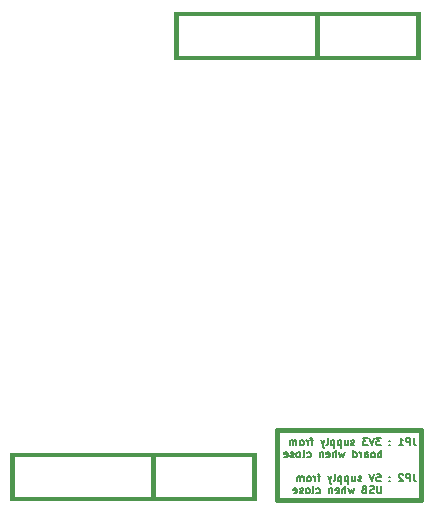
<source format=gbo>
G04 #@! TF.FileFunction,Legend,Bot*
%FSLAX46Y46*%
G04 Gerber Fmt 4.6, Leading zero omitted, Abs format (unit mm)*
G04 Created by KiCad (PCBNEW 4.0.2-stable) date 14/07/2016 12:59:32*
%MOMM*%
G01*
G04 APERTURE LIST*
%ADD10C,0.152400*%
%ADD11C,0.381000*%
%ADD12C,0.127000*%
%ADD13C,0.002540*%
G04 APERTURE END LIST*
D10*
D11*
X125925000Y-129575000D02*
X125925000Y-123600000D01*
X113725000Y-129575000D02*
X125925000Y-129575000D01*
X113725000Y-123600000D02*
X113725000Y-129575000D01*
X125925000Y-123600000D02*
X113725000Y-123600000D01*
D12*
X125292381Y-124270262D02*
X125292381Y-124723833D01*
X125322619Y-124814548D01*
X125383095Y-124875024D01*
X125473810Y-124905262D01*
X125534286Y-124905262D01*
X124990000Y-124905262D02*
X124990000Y-124270262D01*
X124748095Y-124270262D01*
X124687619Y-124300500D01*
X124657380Y-124330738D01*
X124627142Y-124391214D01*
X124627142Y-124481929D01*
X124657380Y-124542405D01*
X124687619Y-124572643D01*
X124748095Y-124602881D01*
X124990000Y-124602881D01*
X124022380Y-124905262D02*
X124385238Y-124905262D01*
X124203809Y-124905262D02*
X124203809Y-124270262D01*
X124264285Y-124360976D01*
X124324761Y-124421452D01*
X124385238Y-124451690D01*
X123266428Y-124844786D02*
X123236189Y-124875024D01*
X123266428Y-124905262D01*
X123296666Y-124875024D01*
X123266428Y-124844786D01*
X123266428Y-124905262D01*
X123266428Y-124512167D02*
X123236189Y-124542405D01*
X123266428Y-124572643D01*
X123296666Y-124542405D01*
X123266428Y-124512167D01*
X123266428Y-124572643D01*
X122540713Y-124270262D02*
X122147617Y-124270262D01*
X122359284Y-124512167D01*
X122268570Y-124512167D01*
X122208094Y-124542405D01*
X122177856Y-124572643D01*
X122147617Y-124633119D01*
X122147617Y-124784310D01*
X122177856Y-124844786D01*
X122208094Y-124875024D01*
X122268570Y-124905262D01*
X122449998Y-124905262D01*
X122510475Y-124875024D01*
X122540713Y-124844786D01*
X121966189Y-124270262D02*
X121754522Y-124905262D01*
X121542855Y-124270262D01*
X121391665Y-124270262D02*
X120998569Y-124270262D01*
X121210236Y-124512167D01*
X121119522Y-124512167D01*
X121059046Y-124542405D01*
X121028808Y-124572643D01*
X120998569Y-124633119D01*
X120998569Y-124784310D01*
X121028808Y-124844786D01*
X121059046Y-124875024D01*
X121119522Y-124905262D01*
X121300950Y-124905262D01*
X121361427Y-124875024D01*
X121391665Y-124844786D01*
X120272855Y-124875024D02*
X120212378Y-124905262D01*
X120091426Y-124905262D01*
X120030950Y-124875024D01*
X120000712Y-124814548D01*
X120000712Y-124784310D01*
X120030950Y-124723833D01*
X120091426Y-124693595D01*
X120182140Y-124693595D01*
X120242617Y-124663357D01*
X120272855Y-124602881D01*
X120272855Y-124572643D01*
X120242617Y-124512167D01*
X120182140Y-124481929D01*
X120091426Y-124481929D01*
X120030950Y-124512167D01*
X119456426Y-124481929D02*
X119456426Y-124905262D01*
X119728569Y-124481929D02*
X119728569Y-124814548D01*
X119698330Y-124875024D01*
X119637854Y-124905262D01*
X119547140Y-124905262D01*
X119486664Y-124875024D01*
X119456426Y-124844786D01*
X119154045Y-124481929D02*
X119154045Y-125116929D01*
X119154045Y-124512167D02*
X119093568Y-124481929D01*
X118972616Y-124481929D01*
X118912140Y-124512167D01*
X118881902Y-124542405D01*
X118851664Y-124602881D01*
X118851664Y-124784310D01*
X118881902Y-124844786D01*
X118912140Y-124875024D01*
X118972616Y-124905262D01*
X119093568Y-124905262D01*
X119154045Y-124875024D01*
X118579521Y-124481929D02*
X118579521Y-125116929D01*
X118579521Y-124512167D02*
X118519044Y-124481929D01*
X118398092Y-124481929D01*
X118337616Y-124512167D01*
X118307378Y-124542405D01*
X118277140Y-124602881D01*
X118277140Y-124784310D01*
X118307378Y-124844786D01*
X118337616Y-124875024D01*
X118398092Y-124905262D01*
X118519044Y-124905262D01*
X118579521Y-124875024D01*
X117914282Y-124905262D02*
X117974758Y-124875024D01*
X118004997Y-124814548D01*
X118004997Y-124270262D01*
X117732854Y-124481929D02*
X117581663Y-124905262D01*
X117430473Y-124481929D02*
X117581663Y-124905262D01*
X117642139Y-125056452D01*
X117672378Y-125086690D01*
X117732854Y-125116929D01*
X116795472Y-124481929D02*
X116553567Y-124481929D01*
X116704758Y-124905262D02*
X116704758Y-124360976D01*
X116674519Y-124300500D01*
X116614043Y-124270262D01*
X116553567Y-124270262D01*
X116341901Y-124905262D02*
X116341901Y-124481929D01*
X116341901Y-124602881D02*
X116311662Y-124542405D01*
X116281424Y-124512167D01*
X116220948Y-124481929D01*
X116160472Y-124481929D01*
X115858091Y-124905262D02*
X115918567Y-124875024D01*
X115948806Y-124844786D01*
X115979044Y-124784310D01*
X115979044Y-124602881D01*
X115948806Y-124542405D01*
X115918567Y-124512167D01*
X115858091Y-124481929D01*
X115767377Y-124481929D01*
X115706901Y-124512167D01*
X115676663Y-124542405D01*
X115646425Y-124602881D01*
X115646425Y-124784310D01*
X115676663Y-124844786D01*
X115706901Y-124875024D01*
X115767377Y-124905262D01*
X115858091Y-124905262D01*
X115374282Y-124905262D02*
X115374282Y-124481929D01*
X115374282Y-124542405D02*
X115344043Y-124512167D01*
X115283567Y-124481929D01*
X115192853Y-124481929D01*
X115132377Y-124512167D01*
X115102139Y-124572643D01*
X115102139Y-124905262D01*
X115102139Y-124572643D02*
X115071901Y-124512167D01*
X115011424Y-124481929D01*
X114920710Y-124481929D01*
X114860234Y-124512167D01*
X114829996Y-124572643D01*
X114829996Y-124905262D01*
X122570950Y-125921262D02*
X122570950Y-125286262D01*
X122570950Y-125528167D02*
X122510473Y-125497929D01*
X122389521Y-125497929D01*
X122329045Y-125528167D01*
X122298807Y-125558405D01*
X122268569Y-125618881D01*
X122268569Y-125800310D01*
X122298807Y-125860786D01*
X122329045Y-125891024D01*
X122389521Y-125921262D01*
X122510473Y-125921262D01*
X122570950Y-125891024D01*
X121905711Y-125921262D02*
X121966187Y-125891024D01*
X121996426Y-125860786D01*
X122026664Y-125800310D01*
X122026664Y-125618881D01*
X121996426Y-125558405D01*
X121966187Y-125528167D01*
X121905711Y-125497929D01*
X121814997Y-125497929D01*
X121754521Y-125528167D01*
X121724283Y-125558405D01*
X121694045Y-125618881D01*
X121694045Y-125800310D01*
X121724283Y-125860786D01*
X121754521Y-125891024D01*
X121814997Y-125921262D01*
X121905711Y-125921262D01*
X121149759Y-125921262D02*
X121149759Y-125588643D01*
X121179997Y-125528167D01*
X121240473Y-125497929D01*
X121361425Y-125497929D01*
X121421902Y-125528167D01*
X121149759Y-125891024D02*
X121210235Y-125921262D01*
X121361425Y-125921262D01*
X121421902Y-125891024D01*
X121452140Y-125830548D01*
X121452140Y-125770071D01*
X121421902Y-125709595D01*
X121361425Y-125679357D01*
X121210235Y-125679357D01*
X121149759Y-125649119D01*
X120847378Y-125921262D02*
X120847378Y-125497929D01*
X120847378Y-125618881D02*
X120817139Y-125558405D01*
X120786901Y-125528167D01*
X120726425Y-125497929D01*
X120665949Y-125497929D01*
X120182140Y-125921262D02*
X120182140Y-125286262D01*
X120182140Y-125891024D02*
X120242616Y-125921262D01*
X120363568Y-125921262D01*
X120424044Y-125891024D01*
X120454283Y-125860786D01*
X120484521Y-125800310D01*
X120484521Y-125618881D01*
X120454283Y-125558405D01*
X120424044Y-125528167D01*
X120363568Y-125497929D01*
X120242616Y-125497929D01*
X120182140Y-125528167D01*
X119456425Y-125497929D02*
X119335472Y-125921262D01*
X119214520Y-125618881D01*
X119093568Y-125921262D01*
X118972615Y-125497929D01*
X118730711Y-125921262D02*
X118730711Y-125286262D01*
X118458568Y-125921262D02*
X118458568Y-125588643D01*
X118488806Y-125528167D01*
X118549282Y-125497929D01*
X118639996Y-125497929D01*
X118700472Y-125528167D01*
X118730711Y-125558405D01*
X117914282Y-125891024D02*
X117974758Y-125921262D01*
X118095710Y-125921262D01*
X118156187Y-125891024D01*
X118186425Y-125830548D01*
X118186425Y-125588643D01*
X118156187Y-125528167D01*
X118095710Y-125497929D01*
X117974758Y-125497929D01*
X117914282Y-125528167D01*
X117884044Y-125588643D01*
X117884044Y-125649119D01*
X118186425Y-125709595D01*
X117611901Y-125497929D02*
X117611901Y-125921262D01*
X117611901Y-125558405D02*
X117581662Y-125528167D01*
X117521186Y-125497929D01*
X117430472Y-125497929D01*
X117369996Y-125528167D01*
X117339758Y-125588643D01*
X117339758Y-125921262D01*
X116281424Y-125891024D02*
X116341900Y-125921262D01*
X116462852Y-125921262D01*
X116523328Y-125891024D01*
X116553567Y-125860786D01*
X116583805Y-125800310D01*
X116583805Y-125618881D01*
X116553567Y-125558405D01*
X116523328Y-125528167D01*
X116462852Y-125497929D01*
X116341900Y-125497929D01*
X116281424Y-125528167D01*
X115918566Y-125921262D02*
X115979042Y-125891024D01*
X116009281Y-125830548D01*
X116009281Y-125286262D01*
X115585947Y-125921262D02*
X115646423Y-125891024D01*
X115676662Y-125860786D01*
X115706900Y-125800310D01*
X115706900Y-125618881D01*
X115676662Y-125558405D01*
X115646423Y-125528167D01*
X115585947Y-125497929D01*
X115495233Y-125497929D01*
X115434757Y-125528167D01*
X115404519Y-125558405D01*
X115374281Y-125618881D01*
X115374281Y-125800310D01*
X115404519Y-125860786D01*
X115434757Y-125891024D01*
X115495233Y-125921262D01*
X115585947Y-125921262D01*
X115132376Y-125891024D02*
X115071899Y-125921262D01*
X114950947Y-125921262D01*
X114890471Y-125891024D01*
X114860233Y-125830548D01*
X114860233Y-125800310D01*
X114890471Y-125739833D01*
X114950947Y-125709595D01*
X115041661Y-125709595D01*
X115102138Y-125679357D01*
X115132376Y-125618881D01*
X115132376Y-125588643D01*
X115102138Y-125528167D01*
X115041661Y-125497929D01*
X114950947Y-125497929D01*
X114890471Y-125528167D01*
X114346185Y-125891024D02*
X114406661Y-125921262D01*
X114527613Y-125921262D01*
X114588090Y-125891024D01*
X114618328Y-125830548D01*
X114618328Y-125588643D01*
X114588090Y-125528167D01*
X114527613Y-125497929D01*
X114406661Y-125497929D01*
X114346185Y-125528167D01*
X114315947Y-125588643D01*
X114315947Y-125649119D01*
X114618328Y-125709595D01*
X125292381Y-127318262D02*
X125292381Y-127771833D01*
X125322619Y-127862548D01*
X125383095Y-127923024D01*
X125473810Y-127953262D01*
X125534286Y-127953262D01*
X124990000Y-127953262D02*
X124990000Y-127318262D01*
X124748095Y-127318262D01*
X124687619Y-127348500D01*
X124657380Y-127378738D01*
X124627142Y-127439214D01*
X124627142Y-127529929D01*
X124657380Y-127590405D01*
X124687619Y-127620643D01*
X124748095Y-127650881D01*
X124990000Y-127650881D01*
X124385238Y-127378738D02*
X124355000Y-127348500D01*
X124294523Y-127318262D01*
X124143333Y-127318262D01*
X124082857Y-127348500D01*
X124052619Y-127378738D01*
X124022380Y-127439214D01*
X124022380Y-127499690D01*
X124052619Y-127590405D01*
X124415476Y-127953262D01*
X124022380Y-127953262D01*
X123266428Y-127892786D02*
X123236189Y-127923024D01*
X123266428Y-127953262D01*
X123296666Y-127923024D01*
X123266428Y-127892786D01*
X123266428Y-127953262D01*
X123266428Y-127560167D02*
X123236189Y-127590405D01*
X123266428Y-127620643D01*
X123296666Y-127590405D01*
X123266428Y-127560167D01*
X123266428Y-127620643D01*
X122177856Y-127318262D02*
X122480237Y-127318262D01*
X122510475Y-127620643D01*
X122480237Y-127590405D01*
X122419760Y-127560167D01*
X122268570Y-127560167D01*
X122208094Y-127590405D01*
X122177856Y-127620643D01*
X122147617Y-127681119D01*
X122147617Y-127832310D01*
X122177856Y-127892786D01*
X122208094Y-127923024D01*
X122268570Y-127953262D01*
X122419760Y-127953262D01*
X122480237Y-127923024D01*
X122510475Y-127892786D01*
X121966189Y-127318262D02*
X121754522Y-127953262D01*
X121542855Y-127318262D01*
X120877617Y-127923024D02*
X120817140Y-127953262D01*
X120696188Y-127953262D01*
X120635712Y-127923024D01*
X120605474Y-127862548D01*
X120605474Y-127832310D01*
X120635712Y-127771833D01*
X120696188Y-127741595D01*
X120786902Y-127741595D01*
X120847379Y-127711357D01*
X120877617Y-127650881D01*
X120877617Y-127620643D01*
X120847379Y-127560167D01*
X120786902Y-127529929D01*
X120696188Y-127529929D01*
X120635712Y-127560167D01*
X120061188Y-127529929D02*
X120061188Y-127953262D01*
X120333331Y-127529929D02*
X120333331Y-127862548D01*
X120303092Y-127923024D01*
X120242616Y-127953262D01*
X120151902Y-127953262D01*
X120091426Y-127923024D01*
X120061188Y-127892786D01*
X119758807Y-127529929D02*
X119758807Y-128164929D01*
X119758807Y-127560167D02*
X119698330Y-127529929D01*
X119577378Y-127529929D01*
X119516902Y-127560167D01*
X119486664Y-127590405D01*
X119456426Y-127650881D01*
X119456426Y-127832310D01*
X119486664Y-127892786D01*
X119516902Y-127923024D01*
X119577378Y-127953262D01*
X119698330Y-127953262D01*
X119758807Y-127923024D01*
X119184283Y-127529929D02*
X119184283Y-128164929D01*
X119184283Y-127560167D02*
X119123806Y-127529929D01*
X119002854Y-127529929D01*
X118942378Y-127560167D01*
X118912140Y-127590405D01*
X118881902Y-127650881D01*
X118881902Y-127832310D01*
X118912140Y-127892786D01*
X118942378Y-127923024D01*
X119002854Y-127953262D01*
X119123806Y-127953262D01*
X119184283Y-127923024D01*
X118519044Y-127953262D02*
X118579520Y-127923024D01*
X118609759Y-127862548D01*
X118609759Y-127318262D01*
X118337616Y-127529929D02*
X118186425Y-127953262D01*
X118035235Y-127529929D02*
X118186425Y-127953262D01*
X118246901Y-128104452D01*
X118277140Y-128134690D01*
X118337616Y-128164929D01*
X117400234Y-127529929D02*
X117158329Y-127529929D01*
X117309520Y-127953262D02*
X117309520Y-127408976D01*
X117279281Y-127348500D01*
X117218805Y-127318262D01*
X117158329Y-127318262D01*
X116946663Y-127953262D02*
X116946663Y-127529929D01*
X116946663Y-127650881D02*
X116916424Y-127590405D01*
X116886186Y-127560167D01*
X116825710Y-127529929D01*
X116765234Y-127529929D01*
X116462853Y-127953262D02*
X116523329Y-127923024D01*
X116553568Y-127892786D01*
X116583806Y-127832310D01*
X116583806Y-127650881D01*
X116553568Y-127590405D01*
X116523329Y-127560167D01*
X116462853Y-127529929D01*
X116372139Y-127529929D01*
X116311663Y-127560167D01*
X116281425Y-127590405D01*
X116251187Y-127650881D01*
X116251187Y-127832310D01*
X116281425Y-127892786D01*
X116311663Y-127923024D01*
X116372139Y-127953262D01*
X116462853Y-127953262D01*
X115979044Y-127953262D02*
X115979044Y-127529929D01*
X115979044Y-127590405D02*
X115948805Y-127560167D01*
X115888329Y-127529929D01*
X115797615Y-127529929D01*
X115737139Y-127560167D01*
X115706901Y-127620643D01*
X115706901Y-127953262D01*
X115706901Y-127620643D02*
X115676663Y-127560167D01*
X115616186Y-127529929D01*
X115525472Y-127529929D01*
X115464996Y-127560167D01*
X115434758Y-127620643D01*
X115434758Y-127953262D01*
X122570950Y-128334262D02*
X122570950Y-128848310D01*
X122540711Y-128908786D01*
X122510473Y-128939024D01*
X122449997Y-128969262D01*
X122329045Y-128969262D01*
X122268569Y-128939024D01*
X122238330Y-128908786D01*
X122208092Y-128848310D01*
X122208092Y-128334262D01*
X121935950Y-128939024D02*
X121845235Y-128969262D01*
X121694045Y-128969262D01*
X121633569Y-128939024D01*
X121603331Y-128908786D01*
X121573092Y-128848310D01*
X121573092Y-128787833D01*
X121603331Y-128727357D01*
X121633569Y-128697119D01*
X121694045Y-128666881D01*
X121814997Y-128636643D01*
X121875473Y-128606405D01*
X121905712Y-128576167D01*
X121935950Y-128515690D01*
X121935950Y-128455214D01*
X121905712Y-128394738D01*
X121875473Y-128364500D01*
X121814997Y-128334262D01*
X121663807Y-128334262D01*
X121573092Y-128364500D01*
X121089283Y-128636643D02*
X120998569Y-128666881D01*
X120968330Y-128697119D01*
X120938092Y-128757595D01*
X120938092Y-128848310D01*
X120968330Y-128908786D01*
X120998569Y-128939024D01*
X121059045Y-128969262D01*
X121300950Y-128969262D01*
X121300950Y-128334262D01*
X121089283Y-128334262D01*
X121028807Y-128364500D01*
X120998569Y-128394738D01*
X120968330Y-128455214D01*
X120968330Y-128515690D01*
X120998569Y-128576167D01*
X121028807Y-128606405D01*
X121089283Y-128636643D01*
X121300950Y-128636643D01*
X120242616Y-128545929D02*
X120121663Y-128969262D01*
X120000711Y-128666881D01*
X119879759Y-128969262D01*
X119758806Y-128545929D01*
X119516902Y-128969262D02*
X119516902Y-128334262D01*
X119244759Y-128969262D02*
X119244759Y-128636643D01*
X119274997Y-128576167D01*
X119335473Y-128545929D01*
X119426187Y-128545929D01*
X119486663Y-128576167D01*
X119516902Y-128606405D01*
X118700473Y-128939024D02*
X118760949Y-128969262D01*
X118881901Y-128969262D01*
X118942378Y-128939024D01*
X118972616Y-128878548D01*
X118972616Y-128636643D01*
X118942378Y-128576167D01*
X118881901Y-128545929D01*
X118760949Y-128545929D01*
X118700473Y-128576167D01*
X118670235Y-128636643D01*
X118670235Y-128697119D01*
X118972616Y-128757595D01*
X118398092Y-128545929D02*
X118398092Y-128969262D01*
X118398092Y-128606405D02*
X118367853Y-128576167D01*
X118307377Y-128545929D01*
X118216663Y-128545929D01*
X118156187Y-128576167D01*
X118125949Y-128636643D01*
X118125949Y-128969262D01*
X117067615Y-128939024D02*
X117128091Y-128969262D01*
X117249043Y-128969262D01*
X117309519Y-128939024D01*
X117339758Y-128908786D01*
X117369996Y-128848310D01*
X117369996Y-128666881D01*
X117339758Y-128606405D01*
X117309519Y-128576167D01*
X117249043Y-128545929D01*
X117128091Y-128545929D01*
X117067615Y-128576167D01*
X116704757Y-128969262D02*
X116765233Y-128939024D01*
X116795472Y-128878548D01*
X116795472Y-128334262D01*
X116372138Y-128969262D02*
X116432614Y-128939024D01*
X116462853Y-128908786D01*
X116493091Y-128848310D01*
X116493091Y-128666881D01*
X116462853Y-128606405D01*
X116432614Y-128576167D01*
X116372138Y-128545929D01*
X116281424Y-128545929D01*
X116220948Y-128576167D01*
X116190710Y-128606405D01*
X116160472Y-128666881D01*
X116160472Y-128848310D01*
X116190710Y-128908786D01*
X116220948Y-128939024D01*
X116281424Y-128969262D01*
X116372138Y-128969262D01*
X115918567Y-128939024D02*
X115858090Y-128969262D01*
X115737138Y-128969262D01*
X115676662Y-128939024D01*
X115646424Y-128878548D01*
X115646424Y-128848310D01*
X115676662Y-128787833D01*
X115737138Y-128757595D01*
X115827852Y-128757595D01*
X115888329Y-128727357D01*
X115918567Y-128666881D01*
X115918567Y-128636643D01*
X115888329Y-128576167D01*
X115827852Y-128545929D01*
X115737138Y-128545929D01*
X115676662Y-128576167D01*
X115132376Y-128939024D02*
X115192852Y-128969262D01*
X115313804Y-128969262D01*
X115374281Y-128939024D01*
X115404519Y-128878548D01*
X115404519Y-128636643D01*
X115374281Y-128576167D01*
X115313804Y-128545929D01*
X115192852Y-128545929D01*
X115132376Y-128576167D01*
X115102138Y-128636643D01*
X115102138Y-128697119D01*
X115404519Y-128757595D01*
D13*
G36*
X125830180Y-88243000D02*
X125489820Y-88243000D01*
X125489820Y-88497000D01*
X125489820Y-91969180D01*
X117278000Y-91969180D01*
X117278000Y-88497000D01*
X125489820Y-88497000D01*
X125489820Y-88243000D01*
X116940180Y-88243000D01*
X116940180Y-88497000D01*
X116940180Y-91969180D01*
X105340000Y-91969180D01*
X105340000Y-88497000D01*
X116940180Y-88497000D01*
X116940180Y-88243000D01*
X105002180Y-88243000D01*
X105002180Y-92223180D01*
X125830180Y-92223180D01*
X125830180Y-88243000D01*
X125830180Y-88243000D01*
X125830180Y-88243000D01*
G37*
X125830180Y-88243000D02*
X125489820Y-88243000D01*
X125489820Y-88497000D01*
X125489820Y-91969180D01*
X117278000Y-91969180D01*
X117278000Y-88497000D01*
X125489820Y-88497000D01*
X125489820Y-88243000D01*
X116940180Y-88243000D01*
X116940180Y-88497000D01*
X116940180Y-91969180D01*
X105340000Y-91969180D01*
X105340000Y-88497000D01*
X116940180Y-88497000D01*
X116940180Y-88243000D01*
X105002180Y-88243000D01*
X105002180Y-92223180D01*
X125830180Y-92223180D01*
X125830180Y-88243000D01*
X125830180Y-88243000D01*
G36*
X111980180Y-125568000D02*
X111639820Y-125568000D01*
X111639820Y-125822000D01*
X111639820Y-129294180D01*
X103428000Y-129294180D01*
X103428000Y-125822000D01*
X111639820Y-125822000D01*
X111639820Y-125568000D01*
X103090180Y-125568000D01*
X103090180Y-125822000D01*
X103090180Y-129294180D01*
X91490000Y-129294180D01*
X91490000Y-125822000D01*
X103090180Y-125822000D01*
X103090180Y-125568000D01*
X91152180Y-125568000D01*
X91152180Y-129548180D01*
X111980180Y-129548180D01*
X111980180Y-125568000D01*
X111980180Y-125568000D01*
X111980180Y-125568000D01*
G37*
X111980180Y-125568000D02*
X111639820Y-125568000D01*
X111639820Y-125822000D01*
X111639820Y-129294180D01*
X103428000Y-129294180D01*
X103428000Y-125822000D01*
X111639820Y-125822000D01*
X111639820Y-125568000D01*
X103090180Y-125568000D01*
X103090180Y-125822000D01*
X103090180Y-129294180D01*
X91490000Y-129294180D01*
X91490000Y-125822000D01*
X103090180Y-125822000D01*
X103090180Y-125568000D01*
X91152180Y-125568000D01*
X91152180Y-129548180D01*
X111980180Y-129548180D01*
X111980180Y-125568000D01*
X111980180Y-125568000D01*
M02*

</source>
